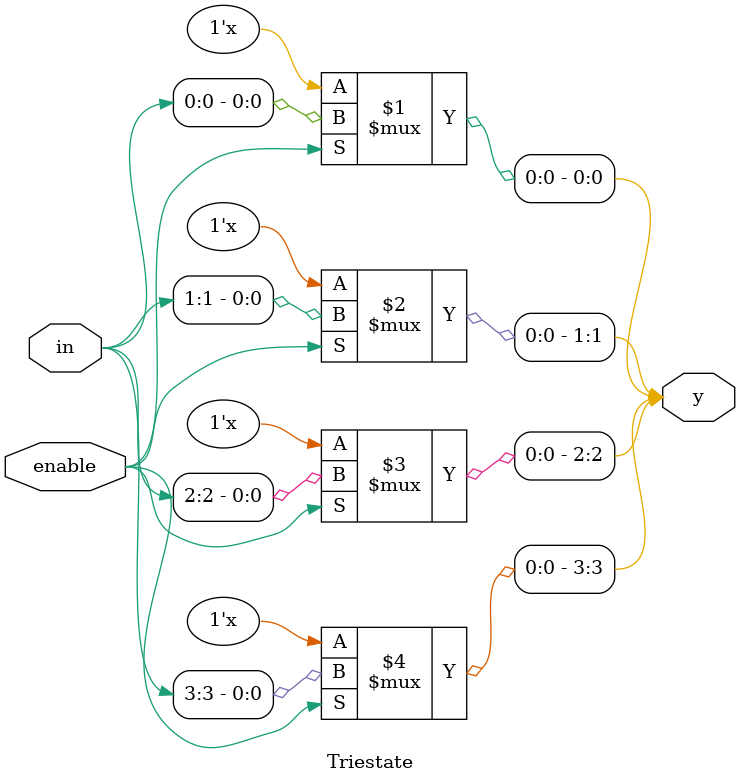
<source format=v>
module Triestate(input [3:0] in,input wire enable, output wire [3:0] y );
    // en general si el bit n de enable se encuentra en 0 el bit n de la salida se coloca 
    // en valor flotante, y en cambio si el bit n de enable esta en 1 deja pasar el valor
    // del bit n de in, a el bit n de y
    assign y[0] = (enable ? in[0] : 1'bz );
    assign y[1] = (enable ? in[1] : 1'bz );
    assign y[2] = (enable ? in[2] : 1'bz );
    assign y[3] = (enable ? in[3] : 1'bz );

endmodule
</source>
